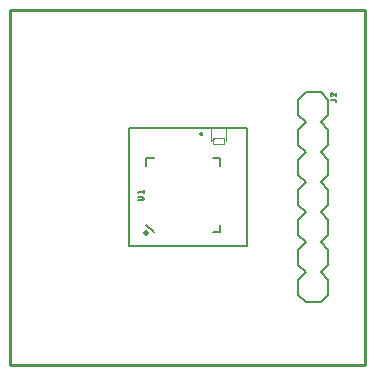
<source format=gbr>
G04 EAGLE Gerber X2 export*
%TF.Part,Single*%
%TF.FileFunction,Legend,Top,1*%
%TF.FilePolarity,Positive*%
%TF.GenerationSoftware,Autodesk,EAGLE,8.6.3*%
%TF.CreationDate,2018-04-05T08:16:35Z*%
G75*
%MOMM*%
%FSLAX34Y34*%
%LPD*%
%AMOC8*
5,1,8,0,0,1.08239X$1,22.5*%
G01*
%ADD10C,0.152400*%
%ADD11C,0.203200*%
%ADD12C,0.127000*%
%ADD13C,0.076200*%
%ADD14C,0.010000*%
%ADD15C,0.500000*%
%ADD16C,0.254000*%


D10*
X0Y0D02*
X0Y100000D01*
X100000Y100000D01*
X100000Y0D01*
X0Y0D01*
D11*
X169100Y-28250D02*
X169100Y-40950D01*
X162750Y-47300D01*
X150050Y-47300D02*
X143700Y-40950D01*
X169100Y-2850D02*
X162750Y3500D01*
X169100Y-2850D02*
X169100Y-15550D01*
X162750Y-21900D01*
X150050Y-21900D02*
X143700Y-15550D01*
X143700Y-2850D01*
X150050Y3500D01*
X162750Y-21900D02*
X169100Y-28250D01*
X150050Y-21900D02*
X143700Y-28250D01*
X143700Y-40950D01*
X169100Y35250D02*
X169100Y47950D01*
X169100Y35250D02*
X162750Y28900D01*
X150050Y28900D02*
X143700Y35250D01*
X162750Y28900D02*
X169100Y22550D01*
X169100Y9850D01*
X162750Y3500D01*
X150050Y3500D02*
X143700Y9850D01*
X143700Y22550D01*
X150050Y28900D01*
X169100Y73350D02*
X162750Y79700D01*
X169100Y73350D02*
X169100Y60650D01*
X162750Y54300D01*
X150050Y54300D02*
X143700Y60650D01*
X143700Y73350D01*
X150050Y79700D01*
X162750Y54300D02*
X169100Y47950D01*
X150050Y54300D02*
X143700Y47950D01*
X143700Y35250D01*
X169100Y111450D02*
X169100Y124150D01*
X169100Y111450D02*
X162750Y105100D01*
X150050Y105100D02*
X143700Y111450D01*
X162750Y105100D02*
X169100Y98750D01*
X169100Y86050D01*
X162750Y79700D01*
X150050Y79700D02*
X143700Y86050D01*
X143700Y98750D01*
X150050Y105100D01*
X150050Y130500D02*
X162750Y130500D01*
X169100Y124150D01*
X150050Y130500D02*
X143700Y124150D01*
X143700Y111450D01*
X150050Y-47300D02*
X162750Y-47300D01*
D12*
X171005Y124236D02*
X174759Y124236D01*
X174824Y124234D01*
X174888Y124228D01*
X174952Y124218D01*
X175016Y124205D01*
X175078Y124187D01*
X175139Y124166D01*
X175199Y124142D01*
X175257Y124113D01*
X175314Y124081D01*
X175368Y124046D01*
X175420Y124008D01*
X175470Y123966D01*
X175517Y123922D01*
X175561Y123875D01*
X175603Y123825D01*
X175641Y123773D01*
X175676Y123719D01*
X175708Y123662D01*
X175737Y123604D01*
X175761Y123544D01*
X175782Y123483D01*
X175800Y123421D01*
X175813Y123357D01*
X175823Y123293D01*
X175829Y123229D01*
X175831Y123164D01*
X175831Y122627D01*
X171005Y128658D02*
X171007Y128726D01*
X171013Y128793D01*
X171022Y128860D01*
X171035Y128927D01*
X171052Y128992D01*
X171073Y129057D01*
X171097Y129120D01*
X171125Y129182D01*
X171156Y129242D01*
X171190Y129300D01*
X171228Y129356D01*
X171268Y129411D01*
X171312Y129462D01*
X171359Y129511D01*
X171408Y129558D01*
X171459Y129602D01*
X171514Y129642D01*
X171570Y129680D01*
X171628Y129714D01*
X171688Y129745D01*
X171750Y129773D01*
X171813Y129797D01*
X171878Y129818D01*
X171943Y129835D01*
X172010Y129848D01*
X172077Y129857D01*
X172144Y129863D01*
X172212Y129865D01*
X171005Y128658D02*
X171007Y128580D01*
X171013Y128502D01*
X171023Y128425D01*
X171036Y128348D01*
X171054Y128272D01*
X171075Y128197D01*
X171100Y128123D01*
X171129Y128051D01*
X171161Y127980D01*
X171197Y127911D01*
X171236Y127843D01*
X171279Y127778D01*
X171325Y127715D01*
X171374Y127654D01*
X171426Y127596D01*
X171481Y127541D01*
X171538Y127488D01*
X171598Y127439D01*
X171661Y127392D01*
X171726Y127349D01*
X171792Y127309D01*
X171861Y127272D01*
X171932Y127239D01*
X172004Y127209D01*
X172078Y127183D01*
X173150Y129463D02*
X173101Y129512D01*
X173049Y129559D01*
X172994Y129602D01*
X172937Y129643D01*
X172878Y129681D01*
X172817Y129715D01*
X172754Y129746D01*
X172690Y129774D01*
X172624Y129798D01*
X172558Y129818D01*
X172490Y129835D01*
X172421Y129848D01*
X172352Y129857D01*
X172282Y129863D01*
X172212Y129865D01*
X173150Y129463D02*
X175831Y127184D01*
X175831Y129865D01*
D10*
X62172Y95402D02*
X62170Y95456D01*
X62164Y95510D01*
X62155Y95564D01*
X62141Y95617D01*
X62124Y95668D01*
X62103Y95719D01*
X62079Y95767D01*
X62051Y95814D01*
X62020Y95859D01*
X61986Y95901D01*
X61949Y95941D01*
X61909Y95978D01*
X61867Y96012D01*
X61822Y96043D01*
X61775Y96071D01*
X61727Y96095D01*
X61676Y96116D01*
X61625Y96133D01*
X61572Y96147D01*
X61518Y96156D01*
X61464Y96162D01*
X61410Y96164D01*
X61356Y96162D01*
X61302Y96156D01*
X61248Y96147D01*
X61195Y96133D01*
X61144Y96116D01*
X61093Y96095D01*
X61045Y96071D01*
X60998Y96043D01*
X60953Y96012D01*
X60911Y95978D01*
X60871Y95941D01*
X60834Y95901D01*
X60800Y95859D01*
X60769Y95814D01*
X60741Y95767D01*
X60717Y95719D01*
X60696Y95668D01*
X60679Y95617D01*
X60665Y95564D01*
X60656Y95510D01*
X60650Y95456D01*
X60648Y95402D01*
X60650Y95348D01*
X60656Y95294D01*
X60665Y95240D01*
X60679Y95187D01*
X60696Y95136D01*
X60717Y95085D01*
X60741Y95037D01*
X60769Y94990D01*
X60800Y94945D01*
X60834Y94903D01*
X60871Y94863D01*
X60911Y94826D01*
X60953Y94792D01*
X60998Y94761D01*
X61045Y94733D01*
X61093Y94709D01*
X61144Y94688D01*
X61195Y94671D01*
X61248Y94657D01*
X61302Y94648D01*
X61356Y94642D01*
X61410Y94640D01*
X61464Y94642D01*
X61518Y94648D01*
X61572Y94657D01*
X61625Y94671D01*
X61676Y94688D01*
X61727Y94709D01*
X61775Y94733D01*
X61822Y94761D01*
X61867Y94792D01*
X61909Y94826D01*
X61949Y94863D01*
X61986Y94903D01*
X62020Y94945D01*
X62051Y94990D01*
X62079Y95037D01*
X62103Y95085D01*
X62124Y95136D01*
X62141Y95187D01*
X62155Y95240D01*
X62164Y95294D01*
X62170Y95348D01*
X62172Y95402D01*
D13*
X82365Y89433D02*
X82365Y101371D01*
X77059Y101371D01*
X72859Y92086D02*
X69543Y89433D01*
X69543Y101371D01*
X72859Y101371D02*
X66227Y101371D01*
D14*
X81096Y91409D02*
X81096Y86409D01*
X71096Y86409D01*
X71096Y91409D01*
X81096Y91409D01*
D11*
X77732Y12230D02*
X71462Y12230D01*
X77732Y12230D02*
X77732Y18500D01*
X77732Y74770D02*
X71462Y74770D01*
X15192Y74770D02*
X15192Y68500D01*
X77732Y68500D02*
X77732Y74770D01*
X21462Y74770D02*
X15192Y74770D01*
X15192Y18500D02*
X21462Y12230D01*
D15*
X14462Y11500D03*
D12*
X11487Y39325D02*
X8001Y39325D01*
X11487Y39324D02*
X11558Y39326D01*
X11630Y39332D01*
X11700Y39341D01*
X11770Y39354D01*
X11840Y39371D01*
X11908Y39392D01*
X11975Y39416D01*
X12041Y39444D01*
X12105Y39475D01*
X12168Y39510D01*
X12228Y39548D01*
X12287Y39589D01*
X12343Y39633D01*
X12397Y39680D01*
X12448Y39729D01*
X12496Y39782D01*
X12542Y39837D01*
X12584Y39894D01*
X12624Y39954D01*
X12660Y40015D01*
X12693Y40079D01*
X12722Y40144D01*
X12748Y40210D01*
X12771Y40278D01*
X12790Y40347D01*
X12805Y40417D01*
X12816Y40487D01*
X12824Y40558D01*
X12828Y40629D01*
X12828Y40701D01*
X12824Y40772D01*
X12816Y40843D01*
X12805Y40913D01*
X12790Y40983D01*
X12771Y41052D01*
X12748Y41120D01*
X12722Y41186D01*
X12693Y41251D01*
X12660Y41315D01*
X12624Y41376D01*
X12584Y41436D01*
X12542Y41493D01*
X12496Y41548D01*
X12448Y41601D01*
X12397Y41650D01*
X12343Y41697D01*
X12287Y41741D01*
X12228Y41782D01*
X12168Y41820D01*
X12105Y41855D01*
X12041Y41886D01*
X11975Y41914D01*
X11908Y41938D01*
X11840Y41959D01*
X11770Y41976D01*
X11700Y41989D01*
X11630Y41998D01*
X11558Y42004D01*
X11487Y42006D01*
X8001Y42006D01*
X9074Y44994D02*
X8001Y46335D01*
X12827Y46335D01*
X12827Y47675D02*
X12827Y44994D01*
D16*
X-100000Y-100000D02*
X200000Y-100000D01*
X200000Y200000D01*
X-100000Y200000D01*
X-100000Y-100000D01*
M02*

</source>
